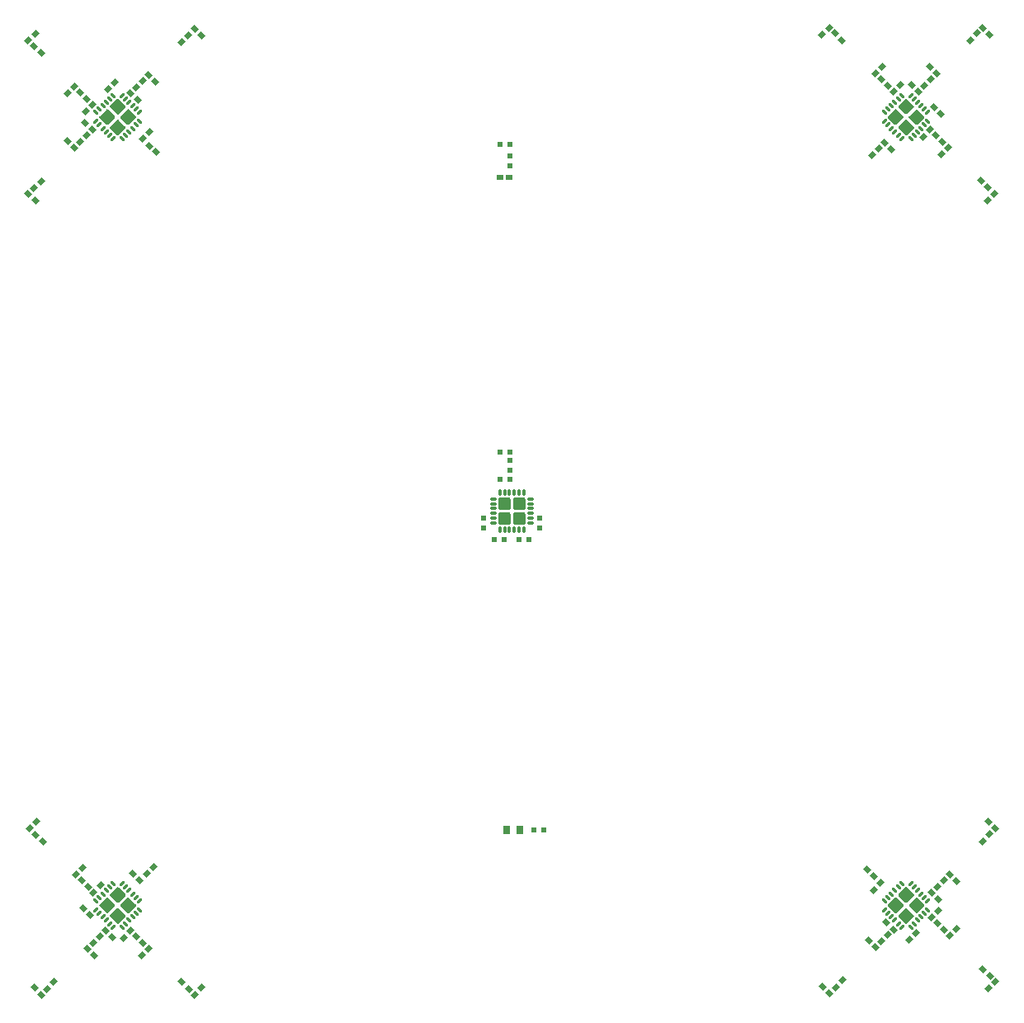
<source format=gbr>
G04*
G04 #@! TF.GenerationSoftware,Altium Limited,Altium Designer,25.0.2 (28)*
G04*
G04 Layer_Color=8421504*
%FSLAX24Y24*%
%MOIN*%
G70*
G04*
G04 #@! TF.SameCoordinates,4B7BC283-7035-4C9F-97D5-5998C8FB6373*
G04*
G04*
G04 #@! TF.FilePolarity,Positive*
G04*
G01*
G75*
%ADD14R,0.0236X0.0217*%
G04:AMPARAMS|DCode=15|XSize=21.7mil|YSize=23.6mil|CornerRadius=0mil|HoleSize=0mil|Usage=FLASHONLY|Rotation=315.000|XOffset=0mil|YOffset=0mil|HoleType=Round|Shape=Rectangle|*
%AMROTATEDRECTD15*
4,1,4,-0.0160,-0.0007,0.0007,0.0160,0.0160,0.0007,-0.0007,-0.0160,-0.0160,-0.0007,0.0*
%
%ADD15ROTATEDRECTD15*%

%ADD16R,0.0217X0.0236*%
G04:AMPARAMS|DCode=17|XSize=21.7mil|YSize=23.6mil|CornerRadius=0mil|HoleSize=0mil|Usage=FLASHONLY|Rotation=45.000|XOffset=0mil|YOffset=0mil|HoleType=Round|Shape=Rectangle|*
%AMROTATEDRECTD17*
4,1,4,0.0007,-0.0160,-0.0160,0.0007,-0.0007,0.0160,0.0160,-0.0007,0.0007,-0.0160,0.0*
%
%ADD17ROTATEDRECTD17*%

%ADD18R,0.0256X0.0197*%
G04:AMPARAMS|DCode=19|XSize=19.7mil|YSize=25.6mil|CornerRadius=0mil|HoleSize=0mil|Usage=FLASHONLY|Rotation=315.000|XOffset=0mil|YOffset=0mil|HoleType=Round|Shape=Rectangle|*
%AMROTATEDRECTD19*
4,1,4,-0.0160,-0.0021,0.0021,0.0160,0.0160,0.0021,-0.0021,-0.0160,-0.0160,-0.0021,0.0*
%
%ADD19ROTATEDRECTD19*%

G04:AMPARAMS|DCode=20|XSize=19.7mil|YSize=23.6mil|CornerRadius=0mil|HoleSize=0mil|Usage=FLASHONLY|Rotation=135.000|XOffset=0mil|YOffset=0mil|HoleType=Round|Shape=Rectangle|*
%AMROTATEDRECTD20*
4,1,4,0.0153,0.0014,-0.0014,-0.0153,-0.0153,-0.0014,0.0014,0.0153,0.0153,0.0014,0.0*
%
%ADD20ROTATEDRECTD20*%

G04:AMPARAMS|DCode=21|XSize=19.7mil|YSize=25.6mil|CornerRadius=0mil|HoleSize=0mil|Usage=FLASHONLY|Rotation=45.000|XOffset=0mil|YOffset=0mil|HoleType=Round|Shape=Rectangle|*
%AMROTATEDRECTD21*
4,1,4,0.0021,-0.0160,-0.0160,0.0021,-0.0021,0.0160,0.0160,-0.0021,0.0021,-0.0160,0.0*
%
%ADD21ROTATEDRECTD21*%

G04:AMPARAMS|DCode=22|XSize=19.7mil|YSize=23.6mil|CornerRadius=0mil|HoleSize=0mil|Usage=FLASHONLY|Rotation=45.000|XOffset=0mil|YOffset=0mil|HoleType=Round|Shape=Rectangle|*
%AMROTATEDRECTD22*
4,1,4,0.0014,-0.0153,-0.0153,0.0014,-0.0014,0.0153,0.0153,-0.0014,0.0014,-0.0153,0.0*
%
%ADD22ROTATEDRECTD22*%

G04:AMPARAMS|DCode=23|XSize=11.8mil|YSize=23.6mil|CornerRadius=3mil|HoleSize=0mil|Usage=FLASHONLY|Rotation=225.000|XOffset=0mil|YOffset=0mil|HoleType=Round|Shape=RoundedRectangle|*
%AMROUNDEDRECTD23*
21,1,0.0118,0.0177,0,0,225.0*
21,1,0.0059,0.0236,0,0,225.0*
1,1,0.0059,-0.0084,0.0042*
1,1,0.0059,-0.0042,0.0084*
1,1,0.0059,0.0084,-0.0042*
1,1,0.0059,0.0042,-0.0084*
%
%ADD23ROUNDEDRECTD23*%
G04:AMPARAMS|DCode=24|XSize=23.6mil|YSize=11.8mil|CornerRadius=3mil|HoleSize=0mil|Usage=FLASHONLY|Rotation=225.000|XOffset=0mil|YOffset=0mil|HoleType=Round|Shape=RoundedRectangle|*
%AMROUNDEDRECTD24*
21,1,0.0236,0.0059,0,0,225.0*
21,1,0.0177,0.0118,0,0,225.0*
1,1,0.0059,-0.0084,-0.0042*
1,1,0.0059,0.0042,0.0084*
1,1,0.0059,0.0084,0.0042*
1,1,0.0059,-0.0042,-0.0084*
%
%ADD24ROUNDEDRECTD24*%
%ADD25R,0.0300X0.0320*%
G04:AMPARAMS|DCode=26|XSize=11.8mil|YSize=23.6mil|CornerRadius=3mil|HoleSize=0mil|Usage=FLASHONLY|Rotation=0.000|XOffset=0mil|YOffset=0mil|HoleType=Round|Shape=RoundedRectangle|*
%AMROUNDEDRECTD26*
21,1,0.0118,0.0177,0,0,0.0*
21,1,0.0059,0.0236,0,0,0.0*
1,1,0.0059,0.0030,-0.0089*
1,1,0.0059,-0.0030,-0.0089*
1,1,0.0059,-0.0030,0.0089*
1,1,0.0059,0.0030,0.0089*
%
%ADD26ROUNDEDRECTD26*%
G04:AMPARAMS|DCode=27|XSize=23.6mil|YSize=11.8mil|CornerRadius=3mil|HoleSize=0mil|Usage=FLASHONLY|Rotation=0.000|XOffset=0mil|YOffset=0mil|HoleType=Round|Shape=RoundedRectangle|*
%AMROUNDEDRECTD27*
21,1,0.0236,0.0059,0,0,0.0*
21,1,0.0177,0.0118,0,0,0.0*
1,1,0.0059,0.0089,-0.0030*
1,1,0.0059,-0.0089,-0.0030*
1,1,0.0059,-0.0089,0.0030*
1,1,0.0059,0.0089,0.0030*
%
%ADD27ROUNDEDRECTD27*%
G04:AMPARAMS|DCode=28|XSize=11.8mil|YSize=23.6mil|CornerRadius=3mil|HoleSize=0mil|Usage=FLASHONLY|Rotation=135.000|XOffset=0mil|YOffset=0mil|HoleType=Round|Shape=RoundedRectangle|*
%AMROUNDEDRECTD28*
21,1,0.0118,0.0177,0,0,135.0*
21,1,0.0059,0.0236,0,0,135.0*
1,1,0.0059,0.0042,0.0084*
1,1,0.0059,0.0084,0.0042*
1,1,0.0059,-0.0042,-0.0084*
1,1,0.0059,-0.0084,-0.0042*
%
%ADD28ROUNDEDRECTD28*%
G04:AMPARAMS|DCode=29|XSize=23.6mil|YSize=11.8mil|CornerRadius=3mil|HoleSize=0mil|Usage=FLASHONLY|Rotation=135.000|XOffset=0mil|YOffset=0mil|HoleType=Round|Shape=RoundedRectangle|*
%AMROUNDEDRECTD29*
21,1,0.0236,0.0059,0,0,135.0*
21,1,0.0177,0.0118,0,0,135.0*
1,1,0.0059,-0.0042,0.0084*
1,1,0.0059,0.0084,-0.0042*
1,1,0.0059,0.0042,-0.0084*
1,1,0.0059,-0.0084,0.0042*
%
%ADD29ROUNDEDRECTD29*%
%ADD30R,0.0197X0.0236*%
G36*
X38882Y39302D02*
X38882Y39302D01*
X39236Y39302D01*
X39248Y39302D01*
X39270Y39293D01*
X39286Y39277D01*
X39295Y39255D01*
X39295Y39243D01*
X39295Y39243D01*
X39295Y38879D01*
X39295Y38867D01*
X39286Y38845D01*
X39270Y38829D01*
X39248Y38820D01*
X39236Y38820D01*
X39236Y38820D01*
X38872Y38820D01*
X38860Y38820D01*
X38839Y38829D01*
X38822Y38846D01*
X38813Y38867D01*
X38813Y38879D01*
X38813Y38879D01*
X38813Y39233D01*
X38813Y39247D01*
X38823Y39272D01*
X38843Y39292D01*
X38868Y39302D01*
X38882Y39302D01*
D02*
G37*
G36*
X23441Y24165D02*
X23467Y24154D01*
X23476Y24144D01*
X23476Y24144D01*
X23727Y23894D01*
X23735Y23885D01*
X23744Y23864D01*
X23744Y23840D01*
X23735Y23819D01*
X23727Y23810D01*
X23727Y23810D01*
X23469Y23553D01*
X23461Y23544D01*
X23439Y23535D01*
X23416Y23535D01*
X23394Y23544D01*
X23386Y23553D01*
X23386Y23553D01*
X23128Y23810D01*
X23120Y23819D01*
X23111Y23840D01*
X23111Y23864D01*
X23120Y23886D01*
X23128Y23894D01*
X23128Y23894D01*
X23379Y24144D01*
X23388Y24154D01*
X23414Y24165D01*
X23441Y24165D01*
D02*
G37*
G36*
X23866Y23740D02*
X23891Y23730D01*
X23901Y23720D01*
X23901Y23720D01*
X24151Y23469D01*
X24160Y23461D01*
X24169Y23439D01*
X24169Y23416D01*
X24160Y23394D01*
X24151Y23386D01*
X24151Y23386D01*
X23894Y23128D01*
X23886Y23120D01*
X23864Y23111D01*
X23840Y23111D01*
X23819Y23120D01*
X23810Y23128D01*
X23810Y23128D01*
X23810Y23128D01*
D01*
X23553Y23386D01*
X23545Y23394D01*
X23536Y23416D01*
X23536Y23439D01*
X23545Y23461D01*
X23553Y23469D01*
X23553Y23469D01*
X23803Y23720D01*
X23813Y23730D01*
X23838Y23740D01*
X23866Y23740D01*
D02*
G37*
G36*
X23017D02*
X23042Y23730D01*
X23052Y23720D01*
X23052Y23720D01*
X23302Y23469D01*
X23311Y23461D01*
X23320Y23439D01*
X23320Y23416D01*
X23311Y23394D01*
X23302Y23386D01*
X23302Y23386D01*
X23045Y23128D01*
X23036Y23120D01*
X23015Y23111D01*
X22991Y23111D01*
X22970Y23120D01*
X22961Y23128D01*
X22961Y23128D01*
X22961Y23128D01*
D01*
X22704Y23386D01*
X22695Y23394D01*
X22686Y23416D01*
X22686Y23439D01*
X22695Y23461D01*
X22704Y23469D01*
X22704Y23469D01*
X22954Y23720D01*
X22964Y23730D01*
X22989Y23740D01*
X23017Y23740D01*
D02*
G37*
G36*
X23386Y22704D02*
X23386Y22704D01*
X23386Y22704D01*
X23386Y22704D01*
D02*
G37*
G36*
X23441Y23315D02*
X23467Y23305D01*
X23476Y23295D01*
X23476Y23295D01*
X23727Y23045D01*
X23735Y23036D01*
X23744Y23015D01*
X23744Y22991D01*
X23735Y22969D01*
X23727Y22961D01*
X23727Y22961D01*
X23469Y22704D01*
X23461Y22695D01*
X23439Y22686D01*
X23416Y22686D01*
X23394Y22695D01*
X23386Y22704D01*
X23128Y22961D01*
X23120Y22970D01*
X23111Y22991D01*
X23111Y23015D01*
X23120Y23036D01*
X23128Y23045D01*
X23128Y23045D01*
X23379Y23295D01*
X23388Y23305D01*
X23414Y23315D01*
X23441Y23315D01*
D02*
G37*
G36*
X39482Y39302D02*
X39482Y39302D01*
X39837Y39302D01*
X39848Y39302D01*
X39870Y39293D01*
X39887Y39277D01*
X39896Y39255D01*
X39896Y39243D01*
X39896Y39243D01*
X39896Y38879D01*
X39896Y38867D01*
X39887Y38845D01*
X39870Y38829D01*
X39848Y38820D01*
X39837Y38820D01*
X39837Y38820D01*
X39472Y38820D01*
X39461Y38820D01*
X39439Y38829D01*
X39422Y38846D01*
X39413Y38867D01*
X39413Y38879D01*
X39413Y38879D01*
X39413Y39233D01*
X39413Y39247D01*
X39424Y39272D01*
X39443Y39292D01*
X39469Y39302D01*
X39482Y39302D01*
D02*
G37*
G36*
X55293Y24169D02*
X55315Y24160D01*
X55323Y24151D01*
X55323Y24151D01*
X55580Y23894D01*
X55589Y23886D01*
X55598Y23864D01*
X55598Y23840D01*
X55589Y23819D01*
X55580Y23810D01*
X55580Y23810D01*
X55323Y23553D01*
X55315Y23545D01*
X55293Y23536D01*
X55269Y23536D01*
X55248Y23544D01*
X55239Y23553D01*
X55239Y23553D01*
X54989Y23803D01*
X54979Y23813D01*
X54969Y23838D01*
X54969Y23866D01*
X54979Y23891D01*
X54989Y23901D01*
Y23901D01*
X55239Y24151D01*
X55248Y24160D01*
X55269Y24169D01*
X55293Y24169D01*
D02*
G37*
G36*
X55156Y23386D02*
X55156Y23386D01*
X55156Y23386D01*
X55156Y23386D01*
D02*
G37*
G36*
X55717Y23744D02*
X55739Y23735D01*
X55747Y23727D01*
X55747Y23727D01*
X56005Y23469D01*
X56013Y23461D01*
X56022Y23439D01*
X56022Y23416D01*
X56013Y23394D01*
X56005Y23386D01*
X56005Y23386D01*
X55747Y23128D01*
X55739Y23120D01*
X55717Y23111D01*
X55694Y23111D01*
X55672Y23120D01*
X55664Y23128D01*
X55664Y23128D01*
X55413Y23379D01*
X55404Y23388D01*
X55393Y23414D01*
X55393Y23441D01*
X55404Y23467D01*
X55413Y23476D01*
Y23476D01*
X55664Y23727D01*
X55672Y23735D01*
X55694Y23744D01*
X55717Y23744D01*
D02*
G37*
G36*
X54868D02*
X54890Y23735D01*
X54898Y23727D01*
X54898Y23727D01*
X55156Y23469D01*
X55164Y23461D01*
X55173Y23439D01*
X55173Y23416D01*
X55164Y23394D01*
X55156Y23386D01*
X54898Y23128D01*
X54890Y23120D01*
X54868Y23111D01*
X54845Y23111D01*
X54823Y23120D01*
X54815Y23128D01*
X54815Y23128D01*
X54564Y23379D01*
X54555Y23388D01*
X54544Y23414D01*
X54544Y23441D01*
X54555Y23467D01*
X54564Y23476D01*
Y23476D01*
X54815Y23727D01*
X54823Y23735D01*
X54845Y23744D01*
X54868Y23744D01*
D02*
G37*
G36*
X55293Y23320D02*
X55315Y23311D01*
X55323Y23302D01*
X55323Y23302D01*
X55580Y23045D01*
X55589Y23036D01*
X55598Y23015D01*
X55598Y22991D01*
X55589Y22970D01*
X55580Y22961D01*
X55580Y22961D01*
X55323Y22704D01*
X55315Y22695D01*
X55293Y22686D01*
X55269Y22686D01*
X55248Y22695D01*
X55239Y22704D01*
X55239Y22704D01*
X54989Y22954D01*
X54979Y22964D01*
X54969Y22989D01*
X54969Y23017D01*
X54979Y23042D01*
X54989Y23052D01*
Y23052D01*
X55239Y23302D01*
X55248Y23311D01*
X55269Y23320D01*
X55293Y23320D01*
D02*
G37*
G36*
X23461Y56013D02*
X23469Y56005D01*
X23469Y56005D01*
X23720Y55754D01*
X23730Y55745D01*
X23740Y55719D01*
X23740Y55692D01*
X23730Y55667D01*
X23720Y55657D01*
X23720Y55657D01*
X23469Y55406D01*
X23461Y55398D01*
X23439Y55389D01*
X23416Y55389D01*
X23394Y55398D01*
X23386Y55406D01*
X23386Y55406D01*
X23128Y55664D01*
X23120Y55672D01*
X23111Y55694D01*
X23111Y55717D01*
X23120Y55739D01*
X23128Y55747D01*
X23128Y55747D01*
X23386Y56005D01*
X23394Y56013D01*
X23416Y56022D01*
X23439Y56022D01*
X23461Y56013D01*
D02*
G37*
G36*
X23886Y55589D02*
X23894Y55580D01*
X23894Y55580D01*
X24144Y55330D01*
X24154Y55320D01*
X24165Y55295D01*
X24165Y55267D01*
X24154Y55242D01*
X24144Y55232D01*
X24144Y55232D01*
X23894Y54982D01*
X23885Y54974D01*
X23864Y54965D01*
X23840Y54965D01*
X23819Y54974D01*
X23810Y54982D01*
X23810Y54982D01*
X23553Y55239D01*
X23544Y55248D01*
X23535Y55269D01*
X23535Y55293D01*
X23544Y55315D01*
X23553Y55323D01*
X23553Y55323D01*
X23553Y55323D01*
D01*
X23810Y55580D01*
X23819Y55589D01*
X23840Y55598D01*
X23864Y55598D01*
X23886Y55589D01*
D02*
G37*
G36*
X23036D02*
X23045Y55580D01*
X23045Y55580D01*
X23295Y55330D01*
X23305Y55320D01*
X23315Y55295D01*
X23315Y55267D01*
X23305Y55242D01*
X23295Y55232D01*
X23295Y55232D01*
X23045Y54982D01*
X23036Y54974D01*
X23015Y54965D01*
X22991Y54965D01*
X22969Y54974D01*
X22961Y54982D01*
X22961Y54982D01*
X22704Y55239D01*
X22695Y55248D01*
X22686Y55269D01*
X22686Y55293D01*
X22695Y55315D01*
X22704Y55323D01*
X22704Y55323D01*
X22961Y55580D01*
X22970Y55589D01*
X22991Y55598D01*
X23015Y55598D01*
X23036Y55589D01*
D02*
G37*
G36*
X23461Y55164D02*
X23469Y55156D01*
X23469Y55156D01*
X23720Y54905D01*
X23730Y54896D01*
X23740Y54870D01*
X23740Y54843D01*
X23730Y54818D01*
X23720Y54808D01*
X23720Y54808D01*
X23469Y54557D01*
X23461Y54549D01*
X23439Y54540D01*
X23416Y54540D01*
X23394Y54549D01*
X23386Y54557D01*
X23386Y54557D01*
X23128Y54815D01*
X23120Y54823D01*
X23111Y54845D01*
X23111Y54868D01*
X23120Y54890D01*
X23128Y54898D01*
X23128Y54898D01*
X23386Y55156D01*
X23394Y55164D01*
X23416Y55173D01*
X23439Y55173D01*
X23461Y55164D01*
D02*
G37*
G36*
X38882Y39903D02*
X38882Y39903D01*
X39236Y39903D01*
X39248Y39903D01*
X39270Y39894D01*
X39286Y39877D01*
X39295Y39855D01*
X39295Y39843D01*
X39295Y39843D01*
X39295Y39479D01*
X39295Y39468D01*
X39286Y39446D01*
X39270Y39429D01*
X39248Y39420D01*
X39236Y39420D01*
X39236Y39420D01*
X38872Y39420D01*
X38860Y39420D01*
X38839Y39429D01*
X38822Y39446D01*
X38813Y39468D01*
X38813Y39479D01*
X38813Y39479D01*
X38813Y39834D01*
X38813Y39847D01*
X38823Y39873D01*
X38843Y39892D01*
X38868Y39903D01*
X38882Y39903D01*
D02*
G37*
G36*
X55293Y56022D02*
X55315Y56013D01*
X55323Y56005D01*
X55323Y56005D01*
X55580Y55747D01*
X55589Y55739D01*
X55598Y55717D01*
X55598Y55694D01*
X55589Y55672D01*
X55580Y55664D01*
X55580Y55664D01*
X55330Y55413D01*
X55320Y55404D01*
X55295Y55393D01*
X55267Y55393D01*
X55242Y55404D01*
X55232Y55413D01*
X55232D01*
X54982Y55664D01*
X54974Y55672D01*
X54965Y55694D01*
X54965Y55717D01*
X54974Y55739D01*
X54982Y55747D01*
X54982Y55747D01*
X55239Y56005D01*
X55248Y56013D01*
X55269Y56022D01*
X55293Y56022D01*
D02*
G37*
G36*
X55717Y55598D02*
X55739Y55589D01*
X55747Y55580D01*
X55747Y55580D01*
X56005Y55323D01*
X56013Y55315D01*
X56022Y55293D01*
X56022Y55269D01*
X56013Y55248D01*
X56005Y55239D01*
X56005Y55239D01*
X55754Y54989D01*
X55745Y54979D01*
X55719Y54969D01*
X55692Y54969D01*
X55667Y54979D01*
X55657Y54989D01*
X55657D01*
X55406Y55239D01*
X55398Y55248D01*
X55389Y55269D01*
X55389Y55293D01*
X55398Y55315D01*
X55406Y55323D01*
X55406Y55323D01*
X55664Y55580D01*
X55672Y55589D01*
X55694Y55598D01*
X55717Y55598D01*
D02*
G37*
G36*
X54868D02*
X54890Y55589D01*
X54898Y55580D01*
X54898Y55580D01*
X55156Y55323D01*
X55164Y55315D01*
X55173Y55293D01*
X55173Y55269D01*
X55164Y55248D01*
X55156Y55239D01*
X55156Y55239D01*
X54905Y54989D01*
X54896Y54979D01*
X54870Y54969D01*
X54843Y54969D01*
X54818Y54979D01*
X54808Y54989D01*
X54808D01*
X54557Y55239D01*
X54549Y55248D01*
X54540Y55269D01*
X54540Y55293D01*
X54549Y55315D01*
X54557Y55323D01*
X54557Y55323D01*
X54815Y55580D01*
X54823Y55589D01*
X54845Y55598D01*
X54868Y55598D01*
D02*
G37*
G36*
X55293Y55173D02*
X55315Y55164D01*
X55323Y55156D01*
X55323Y55156D01*
X55580Y54898D01*
X55589Y54890D01*
X55598Y54868D01*
X55598Y54845D01*
X55589Y54823D01*
X55580Y54815D01*
X55580Y54815D01*
X55330Y54564D01*
X55320Y54555D01*
X55295Y54544D01*
X55267Y54544D01*
X55242Y54555D01*
X55232Y54564D01*
X55232D01*
X54982Y54815D01*
X54974Y54823D01*
X54965Y54845D01*
X54965Y54868D01*
X54974Y54890D01*
X54982Y54898D01*
X54982Y54898D01*
X55239Y55156D01*
X55248Y55164D01*
X55269Y55173D01*
X55293Y55173D01*
D02*
G37*
G36*
X39482Y39903D02*
X39482Y39903D01*
X39837Y39903D01*
X39848Y39903D01*
X39870Y39894D01*
X39887Y39877D01*
X39896Y39855D01*
X39896Y39843D01*
X39896Y39843D01*
X39896Y39479D01*
X39896Y39468D01*
X39887Y39446D01*
X39870Y39429D01*
X39848Y39420D01*
X39837Y39420D01*
X39837Y39420D01*
X39472Y39420D01*
X39461Y39420D01*
X39439Y39429D01*
X39422Y39446D01*
X39413Y39468D01*
X39413Y39479D01*
X39413Y39479D01*
X39413Y39834D01*
X39413Y39847D01*
X39424Y39873D01*
X39443Y39892D01*
X39469Y39903D01*
X39482Y39903D01*
D02*
G37*
D14*
X38870Y40645D02*
D03*
X39264D02*
D03*
X38870Y41747D02*
D03*
X39264D02*
D03*
X38634Y38204D02*
D03*
X39028D02*
D03*
X40051D02*
D03*
X39657D02*
D03*
X38870Y54188D02*
D03*
X39264D02*
D03*
X40634Y26466D02*
D03*
X40240D02*
D03*
D15*
X24718Y54682D02*
D03*
X24440Y54403D02*
D03*
X53967Y24049D02*
D03*
X54246Y24327D02*
D03*
X23026Y56402D02*
D03*
X23305Y56680D02*
D03*
X55682Y22307D02*
D03*
X55404Y22029D02*
D03*
X22127Y55497D02*
D03*
X22405Y55775D02*
D03*
X22736Y24227D02*
D03*
X22458Y23948D02*
D03*
X23663Y22124D02*
D03*
X23942Y22402D02*
D03*
X56582Y23212D02*
D03*
X56304Y22933D02*
D03*
X55972Y54482D02*
D03*
X56251Y54760D02*
D03*
X55045Y56585D02*
D03*
X54767Y56306D02*
D03*
X20101Y58650D02*
D03*
X19823Y58371D02*
D03*
X20143Y26806D02*
D03*
X19865Y26528D02*
D03*
X26816Y20099D02*
D03*
X26538Y19820D02*
D03*
X58607Y20059D02*
D03*
X58886Y20337D02*
D03*
X58565Y51903D02*
D03*
X58844Y52181D02*
D03*
X51886Y58603D02*
D03*
X52164Y58882D02*
D03*
X55998Y56526D02*
D03*
X56276Y56805D02*
D03*
X54540Y22238D02*
D03*
X54262Y21960D02*
D03*
X56529Y24165D02*
D03*
X56808Y24443D02*
D03*
X22432Y21904D02*
D03*
X22711Y22182D02*
D03*
X24168Y56470D02*
D03*
X24447Y56749D02*
D03*
X22179Y54544D02*
D03*
X21901Y54266D02*
D03*
D16*
X38201Y38676D02*
D03*
Y39070D02*
D03*
X40484Y38676D02*
D03*
Y39070D02*
D03*
X39264Y40999D02*
D03*
Y41393D02*
D03*
D17*
X24046Y24721D02*
D03*
X24324Y24443D02*
D03*
X54679Y53970D02*
D03*
X54400Y54249D02*
D03*
X22307Y23026D02*
D03*
X22029Y23305D02*
D03*
X56402Y55682D02*
D03*
X56680Y55404D02*
D03*
X24227Y55972D02*
D03*
X23948Y56251D02*
D03*
X22124Y55045D02*
D03*
X22402Y54767D02*
D03*
X23212Y22127D02*
D03*
X22933Y22405D02*
D03*
X54482Y22736D02*
D03*
X54760Y22458D02*
D03*
X56585Y23663D02*
D03*
X56306Y23942D02*
D03*
X55497Y56582D02*
D03*
X55775Y56304D02*
D03*
X26806Y58565D02*
D03*
X26528Y58844D02*
D03*
X20099Y51892D02*
D03*
X19820Y52171D02*
D03*
X20059Y20101D02*
D03*
X20337Y19823D02*
D03*
X51903Y20143D02*
D03*
X52181Y19865D02*
D03*
X58610Y26816D02*
D03*
X58889Y26538D02*
D03*
X58650Y58607D02*
D03*
X58371Y58886D02*
D03*
X54544Y56529D02*
D03*
X54266Y56808D02*
D03*
X56470Y54540D02*
D03*
X56749Y54262D02*
D03*
X56526Y22711D02*
D03*
X56805Y22432D02*
D03*
X21960Y24447D02*
D03*
X22238Y24168D02*
D03*
X24443Y21901D02*
D03*
X24165Y22179D02*
D03*
X22182Y55998D02*
D03*
X21904Y56276D02*
D03*
D18*
X38880Y52849D02*
D03*
X39254D02*
D03*
D19*
X54050Y57037D02*
D03*
X54314Y57302D02*
D03*
X56965Y54032D02*
D03*
X56700Y53768D02*
D03*
X57034Y22216D02*
D03*
X57299Y22481D02*
D03*
X24659Y21671D02*
D03*
X24394Y21407D02*
D03*
X21744Y24676D02*
D03*
X22009Y24941D02*
D03*
X21674Y56492D02*
D03*
X21410Y56228D02*
D03*
X54160Y54005D02*
D03*
X53895Y53741D02*
D03*
X24868Y24990D02*
D03*
X24604Y24725D02*
D03*
D20*
X57869Y58383D02*
D03*
X58147Y58661D02*
D03*
X58373Y26024D02*
D03*
X58651Y26302D02*
D03*
X52705Y20396D02*
D03*
X52427Y20118D02*
D03*
X20840Y20326D02*
D03*
X20561Y20048D02*
D03*
X20336Y52685D02*
D03*
X20058Y52407D02*
D03*
X26003Y58313D02*
D03*
X26282Y58591D02*
D03*
D21*
X56492Y57034D02*
D03*
X56228Y57299D02*
D03*
X57037Y24659D02*
D03*
X57302Y24394D02*
D03*
X54032Y21744D02*
D03*
X53768Y22009D02*
D03*
X22216Y21674D02*
D03*
X22481Y21410D02*
D03*
X21671Y54050D02*
D03*
X21407Y54314D02*
D03*
X24676Y56965D02*
D03*
X24941Y56700D02*
D03*
X53963Y24607D02*
D03*
X53698Y24871D02*
D03*
X24987Y53859D02*
D03*
X24722Y54123D02*
D03*
D22*
X58313Y52705D02*
D03*
X58591Y52427D02*
D03*
X58383Y20840D02*
D03*
X58661Y20561D02*
D03*
X26024Y20336D02*
D03*
X26302Y20058D02*
D03*
X20396Y26003D02*
D03*
X20118Y26282D02*
D03*
X20326Y57869D02*
D03*
X20048Y58147D02*
D03*
X52678Y58382D02*
D03*
X52400Y58661D02*
D03*
D23*
X24304Y55100D02*
D03*
X24165Y54961D02*
D03*
X24026Y54822D02*
D03*
X23887Y54683D02*
D03*
X23748Y54543D02*
D03*
X23608Y54404D02*
D03*
X22551Y55462D02*
D03*
X22690Y55601D02*
D03*
X22829Y55740D02*
D03*
X22968Y55880D02*
D03*
X23107Y56019D02*
D03*
X23247Y56158D02*
D03*
X54404Y23608D02*
D03*
X54543Y23748D02*
D03*
X54683Y23887D02*
D03*
X54822Y24026D02*
D03*
X54961Y24165D02*
D03*
X55100Y24304D02*
D03*
X56158Y23247D02*
D03*
X56019Y23107D02*
D03*
X55880Y22968D02*
D03*
X55740Y22829D02*
D03*
X55601Y22690D02*
D03*
X55462Y22551D02*
D03*
D24*
X23247Y54404D02*
D03*
X23107Y54543D02*
D03*
X22968Y54683D02*
D03*
X22829Y54822D02*
D03*
X22690Y54961D02*
D03*
X22551Y55100D02*
D03*
X23608Y56158D02*
D03*
X23748Y56019D02*
D03*
X23887Y55880D02*
D03*
X24026Y55740D02*
D03*
X24165Y55601D02*
D03*
X24304Y55462D02*
D03*
X55462Y24304D02*
D03*
X55601Y24165D02*
D03*
X55740Y24026D02*
D03*
X55880Y23887D02*
D03*
X56019Y23748D02*
D03*
X56158Y23608D02*
D03*
X55100Y22551D02*
D03*
X54961Y22690D02*
D03*
X54822Y22829D02*
D03*
X54683Y22968D02*
D03*
X54543Y23107D02*
D03*
X54404Y23247D02*
D03*
D25*
X39689Y26475D02*
D03*
X39139D02*
D03*
D26*
X38862Y40109D02*
D03*
X39059D02*
D03*
X39256D02*
D03*
X39453D02*
D03*
X39650D02*
D03*
X39846D02*
D03*
Y38613D02*
D03*
X39650D02*
D03*
X39453D02*
D03*
X39256D02*
D03*
X39059D02*
D03*
X38862D02*
D03*
D27*
X40102Y39853D02*
D03*
Y39657D02*
D03*
Y39460D02*
D03*
Y39263D02*
D03*
Y39066D02*
D03*
Y38869D02*
D03*
X38606D02*
D03*
Y39066D02*
D03*
Y39263D02*
D03*
Y39460D02*
D03*
Y39657D02*
D03*
Y39853D02*
D03*
D28*
X55100Y54404D02*
D03*
X54961Y54543D02*
D03*
X54822Y54683D02*
D03*
X54683Y54822D02*
D03*
X54543Y54961D02*
D03*
X54404Y55100D02*
D03*
X55462Y56158D02*
D03*
X55601Y56019D02*
D03*
X55740Y55880D02*
D03*
X55880Y55740D02*
D03*
X56019Y55601D02*
D03*
X56158Y55462D02*
D03*
X22551Y23247D02*
D03*
X22690Y23107D02*
D03*
X22829Y22968D02*
D03*
X22968Y22829D02*
D03*
X23107Y22690D02*
D03*
X23247Y22551D02*
D03*
X24304Y23608D02*
D03*
X24165Y23748D02*
D03*
X24026Y23887D02*
D03*
X23887Y24026D02*
D03*
X23748Y24165D02*
D03*
X23608Y24304D02*
D03*
D29*
X54404Y55462D02*
D03*
X54543Y55601D02*
D03*
X54683Y55740D02*
D03*
X54822Y55880D02*
D03*
X54961Y56019D02*
D03*
X55100Y56158D02*
D03*
X56158Y55100D02*
D03*
X56019Y54961D02*
D03*
X55880Y54822D02*
D03*
X55740Y54683D02*
D03*
X55601Y54543D02*
D03*
X55462Y54404D02*
D03*
X23247Y24304D02*
D03*
X23107Y24165D02*
D03*
X22968Y24026D02*
D03*
X22829Y23887D02*
D03*
X22690Y23748D02*
D03*
X22551Y23608D02*
D03*
X23608Y22551D02*
D03*
X23748Y22690D02*
D03*
X23887Y22829D02*
D03*
X24026Y22968D02*
D03*
X24165Y23107D02*
D03*
X24304Y23247D02*
D03*
D30*
X39264Y53716D02*
D03*
Y53322D02*
D03*
M02*

</source>
